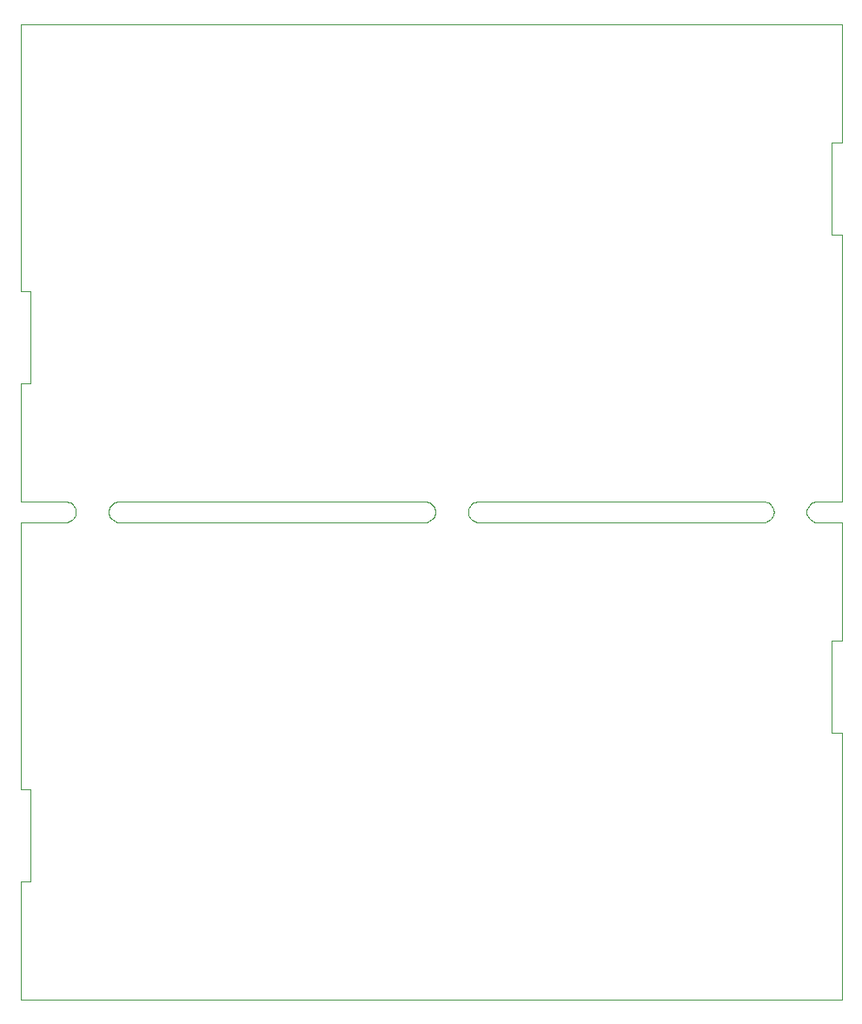
<source format=gko>
%MOIN*%
%OFA0B0*%
%FSLAX36Y36*%
%IPPOS*%
%LPD*%
%ADD10C,0*%
D10*
X000377877Y001909448D02*
X000377877Y001909448D01*
X001551256Y001909448D01*
X001557415Y001908964D01*
X001563422Y001907521D01*
X001569130Y001905157D01*
X001574398Y001901929D01*
X001579095Y001897917D01*
X001583107Y001893219D01*
X001586335Y001887952D01*
X001588700Y001882244D01*
X001590142Y001876237D01*
X001590626Y001870078D01*
X001590142Y001863919D01*
X001588700Y001857912D01*
X001586335Y001852205D01*
X001583107Y001846937D01*
X001579095Y001842239D01*
X001574398Y001838227D01*
X001569130Y001834999D01*
X001563422Y001832635D01*
X001557415Y001831193D01*
X001551256Y001830708D01*
X001537085Y001830708D01*
X001537085Y001830708D01*
X001537085Y001830708D01*
X001537085Y001830708D01*
X001537085Y001830708D01*
X001537085Y001830708D01*
X001537085Y001830708D01*
X000392048Y001830708D01*
X000392048Y001830708D01*
X000392048Y001830708D01*
X000392048Y001830708D01*
X000392048Y001830708D01*
X000392048Y001830708D01*
X000392048Y001830708D01*
X000392048Y001830708D01*
X000392048Y001830708D01*
X000392048Y001830708D01*
X000392048Y001830708D01*
X000392048Y001830708D01*
X000392048Y001830708D01*
X000392048Y001830708D01*
X000392048Y001830708D01*
X000392048Y001830708D01*
X000392048Y001830708D01*
X000392048Y001830708D01*
X000392048Y001830708D01*
X000392048Y001830708D01*
X000392048Y001830708D01*
X000377877Y001830708D01*
X000371718Y001831193D01*
X000365710Y001832635D01*
X000360003Y001834999D01*
X000354735Y001838227D01*
X000350038Y001842239D01*
X000346025Y001846937D01*
X000342798Y001852205D01*
X000340433Y001857912D01*
X000338991Y001863919D01*
X000338506Y001870078D01*
X000338991Y001876237D01*
X000340433Y001882244D01*
X000342798Y001887952D01*
X000346025Y001893219D01*
X000350038Y001897917D01*
X000354735Y001901929D01*
X000360003Y001905157D01*
X000365710Y001907521D01*
X000371718Y001908964D01*
X000377877Y001909448D01*
X001770001Y001830708D02*
X001770001Y001830708D01*
X001770001Y001830708D01*
X001770001Y001830708D01*
X001770001Y001830708D01*
X001770001Y001830708D01*
X001770001Y001830708D01*
X001770001Y001830708D01*
X001755829Y001830708D01*
X001749670Y001831193D01*
X001743663Y001832635D01*
X001737956Y001834999D01*
X001732688Y001838227D01*
X001727990Y001842239D01*
X001723978Y001846937D01*
X001720750Y001852205D01*
X001718386Y001857912D01*
X001716944Y001863919D01*
X001716459Y001870078D01*
X001716944Y001876237D01*
X001718386Y001882244D01*
X001720750Y001887952D01*
X001723978Y001893219D01*
X001727990Y001897917D01*
X001732688Y001901929D01*
X001737956Y001905157D01*
X001743663Y001907521D01*
X001749670Y001908964D01*
X001755829Y001909448D01*
X002850469Y001909448D01*
X002856628Y001908964D01*
X002862635Y001907521D01*
X002868343Y001905157D01*
X002873610Y001901929D01*
X002878308Y001897917D01*
X002882320Y001893219D01*
X002885548Y001887952D01*
X002887912Y001882244D01*
X002889354Y001876237D01*
X002889839Y001870078D01*
X002889354Y001863919D01*
X002887912Y001857912D01*
X002885548Y001852205D01*
X002882320Y001846937D01*
X002878308Y001842239D01*
X002873610Y001838227D01*
X002868343Y001834999D01*
X002862635Y001832635D01*
X002856628Y001831193D01*
X002850469Y001830708D01*
X002836297Y001830708D01*
X002836297Y001830708D01*
X002836297Y001830708D01*
X002836297Y001830708D01*
X001770001Y001830708D01*
X000173304Y001909448D02*
X000173304Y001909448D01*
X000179462Y001908964D01*
X000185470Y001907521D01*
X000191177Y001905157D01*
X000196445Y001901929D01*
X000201142Y001897917D01*
X000205155Y001893219D01*
X000208383Y001887952D01*
X000210747Y001882244D01*
X000212189Y001876237D01*
X000212674Y001870078D01*
X000212189Y001863919D01*
X000210747Y001857912D01*
X000208383Y001852205D01*
X000205155Y001846937D01*
X000201142Y001842239D01*
X000196445Y001838227D01*
X000191177Y001834999D01*
X000185470Y001832635D01*
X000179462Y001831193D01*
X000173304Y001830708D01*
X000159132Y001830708D01*
X000159132Y001830708D01*
X000159132Y001830708D01*
X000159132Y001830708D01*
X000159132Y001830708D01*
X000159132Y001830708D01*
X000159132Y001830708D01*
X000159132Y001830708D01*
X000159132Y001830708D01*
X000159132Y001830708D01*
X000159132Y001830708D01*
X000159132Y001830708D01*
X000159132Y001830708D01*
X000159132Y001830708D01*
X000159132Y001830708D01*
X000159132Y001830708D01*
X000159132Y001830708D01*
X000159132Y001830708D01*
X000159132Y001830708D01*
X000159132Y001830708D01*
X000159132Y001830708D01*
X000000000Y001830708D01*
X000000000Y000807086D01*
X000039369Y000807086D01*
X000039369Y000452755D01*
X000000000Y000452755D01*
X000000000Y000000000D01*
X003149606Y000000000D01*
X003149606Y001023622D01*
X003110236Y001023622D01*
X003110236Y001377952D01*
X003149606Y001377952D01*
X003149606Y001830708D01*
X003069214Y001830708D01*
X003069214Y001830708D01*
X003069214Y001830708D01*
X003069214Y001830708D01*
X003055042Y001830708D01*
X003048883Y001831193D01*
X003042876Y001832635D01*
X003037168Y001834999D01*
X003031901Y001838227D01*
X003027203Y001842239D01*
X003023191Y001846937D01*
X003019963Y001852205D01*
X003017599Y001857912D01*
X003016156Y001863919D01*
X003015672Y001870078D01*
X003016156Y001876237D01*
X003017599Y001882244D01*
X003019963Y001887952D01*
X003023191Y001893219D01*
X003027203Y001897917D01*
X003031901Y001901929D01*
X003037168Y001905157D01*
X003042876Y001907521D01*
X003048883Y001908964D01*
X003055042Y001909448D01*
X003149606Y001909448D01*
X003149606Y002933070D01*
X003110236Y002933070D01*
X003110236Y003287401D01*
X003149606Y003287401D01*
X003149606Y003740157D01*
X000000000Y003740157D01*
X000000000Y002716535D01*
X000039369Y002716535D01*
X000039369Y002362204D01*
X000000000Y002362204D01*
X000000000Y001909448D01*
X000173304Y001909448D01*
M02*
</source>
